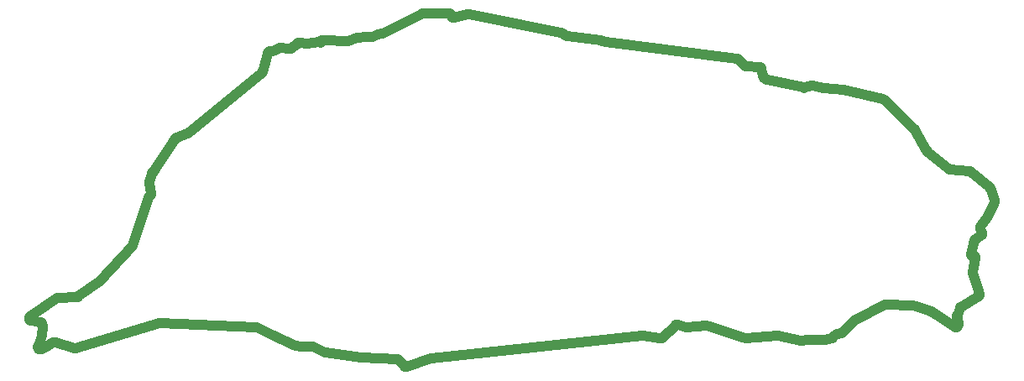
<source format=gbp>
G75*
%MOIN*%
%OFA0B0*%
%FSLAX25Y25*%
%IPPOS*%
%LPD*%
%AMOC8*
5,1,8,0,0,1.08239X$1,22.5*
%
%ADD10C,0.03937*%
%ADD11C,0.01600*%
D10*
X0010938Y0035616D02*
X0012395Y0036356D01*
X0015428Y0038243D01*
X0016238Y0038353D02*
X0023951Y0036090D01*
X0024515Y0036091D02*
X0057713Y0045895D01*
X0058038Y0045935D02*
X0095830Y0044378D01*
X0096227Y0044278D02*
X0102228Y0041358D01*
X0111809Y0036942D01*
X0112081Y0036861D02*
X0113708Y0036619D01*
X0118351Y0036707D01*
X0118819Y0036601D02*
X0123321Y0034334D01*
X0123629Y0034238D02*
X0137805Y0032210D01*
X0137908Y0032200D02*
X0151907Y0031666D01*
X0152600Y0031348D02*
X0154926Y0028854D01*
X0154927Y0028854D02*
X0154970Y0028811D01*
X0155015Y0028770D01*
X0155063Y0028732D01*
X0155113Y0028697D01*
X0155166Y0028666D01*
X0155220Y0028637D01*
X0155275Y0028612D01*
X0155333Y0028590D01*
X0155391Y0028572D01*
X0155450Y0028558D01*
X0155510Y0028547D01*
X0155571Y0028540D01*
X0155632Y0028536D01*
X0155693Y0028537D01*
X0155754Y0028541D01*
X0155815Y0028548D01*
X0155875Y0028560D01*
X0155934Y0028575D01*
X0155992Y0028593D01*
X0155992Y0028594D02*
X0165462Y0031949D01*
X0165688Y0032001D02*
X0249477Y0041090D01*
X0249763Y0041080D02*
X0256474Y0039869D01*
X0257327Y0040115D02*
X0262684Y0045024D01*
X0263656Y0045242D02*
X0266788Y0044269D01*
X0267172Y0044227D02*
X0274544Y0044867D01*
X0274927Y0044825D02*
X0290420Y0040022D01*
X0290801Y0039981D02*
X0302917Y0041015D01*
X0303214Y0040996D02*
X0312530Y0038973D01*
X0312727Y0038873D02*
X0314828Y0039139D01*
X0314942Y0039147D02*
X0321732Y0039221D01*
X0321986Y0039256D02*
X0324632Y0039981D01*
X0325128Y0040295D02*
X0325370Y0040578D01*
X0325512Y0040714D02*
X0326727Y0041670D01*
X0326726Y0041670D02*
X0326739Y0041640D01*
X0326755Y0041611D01*
X0326775Y0041585D01*
X0326797Y0041561D01*
X0326822Y0041539D01*
X0326849Y0041521D01*
X0326878Y0041506D01*
X0326909Y0041494D01*
X0326940Y0041486D01*
X0326973Y0041481D01*
X0327006Y0041480D01*
X0327038Y0041483D01*
X0327071Y0041490D01*
X0328395Y0041840D01*
X0328838Y0042091D02*
X0334083Y0047210D01*
X0334318Y0047380D02*
X0345641Y0053316D01*
X0346136Y0053430D02*
X0356666Y0053100D01*
X0356959Y0053046D02*
X0364414Y0050483D01*
X0364644Y0050370D02*
X0373362Y0044565D01*
X0373363Y0044565D02*
X0373415Y0044532D01*
X0373469Y0044503D01*
X0373524Y0044477D01*
X0373581Y0044455D01*
X0373639Y0044436D01*
X0373699Y0044421D01*
X0373759Y0044410D01*
X0373820Y0044402D01*
X0373881Y0044398D01*
X0373942Y0044397D01*
X0374003Y0044401D01*
X0374064Y0044408D01*
X0374124Y0044419D01*
X0374184Y0044433D01*
X0374242Y0044451D01*
X0374299Y0044473D01*
X0374355Y0044498D01*
X0374409Y0044527D01*
X0374462Y0044558D01*
X0374512Y0044593D01*
X0374560Y0044631D01*
X0374606Y0044672D01*
X0374649Y0044715D01*
X0374689Y0044761D01*
X0374727Y0044810D01*
X0374761Y0044861D01*
X0374792Y0044913D01*
X0374820Y0044968D01*
X0374845Y0045024D01*
X0374866Y0045081D01*
X0374883Y0045140D01*
X0374993Y0045555D01*
X0375008Y0046005D02*
X0374506Y0048562D01*
X0374546Y0049091D02*
X0375540Y0051873D01*
X0375963Y0052391D02*
X0382873Y0056592D01*
X0382924Y0056624D01*
X0382972Y0056660D01*
X0383018Y0056699D01*
X0383062Y0056740D01*
X0383103Y0056784D01*
X0383142Y0056830D01*
X0383178Y0056879D01*
X0383210Y0056929D01*
X0383240Y0056982D01*
X0383266Y0057036D01*
X0383289Y0057091D01*
X0383309Y0057148D01*
X0383325Y0057206D01*
X0383338Y0057265D01*
X0383347Y0057325D01*
X0383352Y0057385D01*
X0383354Y0057445D01*
X0383352Y0057505D01*
X0383347Y0057565D01*
X0383338Y0057624D01*
X0383325Y0057683D01*
X0383309Y0057741D01*
X0383309Y0057742D02*
X0380792Y0065888D01*
X0380763Y0066359D02*
X0381702Y0071624D01*
X0381701Y0071623D02*
X0381711Y0071686D01*
X0381716Y0071748D01*
X0381717Y0071811D01*
X0381714Y0071873D01*
X0381708Y0071936D01*
X0381697Y0071998D01*
X0381683Y0072059D01*
X0381665Y0072119D01*
X0381643Y0072177D01*
X0381617Y0072235D01*
X0381588Y0072290D01*
X0381555Y0072344D01*
X0381520Y0072395D01*
X0381481Y0072445D01*
X0381439Y0072491D01*
X0381394Y0072535D01*
X0381346Y0072576D01*
X0381296Y0072614D01*
X0381244Y0072649D01*
X0381190Y0072680D01*
X0381134Y0072708D01*
X0381076Y0072732D01*
X0381017Y0072753D01*
X0380956Y0072770D01*
X0380895Y0072783D01*
X0380833Y0072792D01*
X0380770Y0072798D01*
X0380708Y0072799D01*
X0380645Y0072796D01*
X0380583Y0072790D01*
X0380521Y0072780D01*
X0380521Y0072779D02*
X0380486Y0072774D01*
X0380450Y0072772D01*
X0380414Y0072774D01*
X0380378Y0072780D01*
X0380343Y0072789D01*
X0380309Y0072801D01*
X0380277Y0072817D01*
X0380246Y0072836D01*
X0380217Y0072858D01*
X0380191Y0072883D01*
X0380168Y0072911D01*
X0380147Y0072940D01*
X0380129Y0072972D01*
X0380115Y0073005D01*
X0380104Y0073039D01*
X0380096Y0073074D01*
X0380093Y0073110D01*
X0380092Y0073146D01*
X0380096Y0073182D01*
X0380103Y0073218D01*
X0381512Y0078872D01*
X0381920Y0079457D02*
X0383965Y0080846D01*
X0384015Y0080882D01*
X0384063Y0080922D01*
X0384109Y0080964D01*
X0384151Y0081010D01*
X0384191Y0081058D01*
X0384228Y0081108D01*
X0384262Y0081160D01*
X0384292Y0081215D01*
X0384319Y0081271D01*
X0384342Y0081329D01*
X0384361Y0081388D01*
X0384377Y0081448D01*
X0384389Y0081509D01*
X0384398Y0081571D01*
X0384402Y0081633D01*
X0384403Y0081695D01*
X0384399Y0081757D01*
X0384392Y0081819D01*
X0384381Y0081880D01*
X0384366Y0081941D01*
X0384348Y0082000D01*
X0384326Y0082058D01*
X0384300Y0082115D01*
X0383690Y0083353D01*
X0383665Y0083409D01*
X0383642Y0083467D01*
X0383624Y0083525D01*
X0383609Y0083585D01*
X0383598Y0083646D01*
X0383591Y0083707D01*
X0383587Y0083769D01*
X0383588Y0083830D01*
X0383592Y0083892D01*
X0383600Y0083953D01*
X0383611Y0084013D01*
X0383626Y0084073D01*
X0383645Y0084132D01*
X0383668Y0084189D01*
X0383694Y0084245D01*
X0383723Y0084299D01*
X0383756Y0084351D01*
X0383792Y0084401D01*
X0383792Y0084402D02*
X0386748Y0088278D01*
X0389425Y0094058D01*
X0389449Y0094843D02*
X0387598Y0099573D01*
X0387297Y0099985D02*
X0379945Y0105943D01*
X0379419Y0106160D02*
X0371652Y0106974D01*
X0371131Y0107188D02*
X0362749Y0113905D01*
X0362506Y0114189D02*
X0357684Y0122633D01*
X0357516Y0122850D02*
X0345598Y0134565D01*
X0345139Y0134822D02*
X0329479Y0138722D01*
X0329289Y0138750D02*
X0321570Y0139150D01*
X0321247Y0139222D02*
X0319932Y0139754D01*
X0317071Y0140226D01*
X0316643Y0140203D02*
X0314057Y0139492D01*
X0313573Y0139481D02*
X0298931Y0142758D01*
X0298575Y0142914D02*
X0297882Y0143400D01*
X0297493Y0143948D02*
X0296622Y0147036D01*
X0296621Y0147036D02*
X0296603Y0147094D01*
X0296582Y0147151D01*
X0296557Y0147206D01*
X0296528Y0147259D01*
X0296497Y0147311D01*
X0296462Y0147361D01*
X0296425Y0147408D01*
X0296384Y0147454D01*
X0296341Y0147496D01*
X0296296Y0147536D01*
X0296248Y0147573D01*
X0296198Y0147607D01*
X0296146Y0147639D01*
X0296092Y0147666D01*
X0296037Y0147691D01*
X0295980Y0147712D01*
X0295922Y0147730D01*
X0295863Y0147744D01*
X0295803Y0147755D01*
X0295743Y0147761D01*
X0295683Y0147765D01*
X0291046Y0147874D01*
X0290492Y0148057D02*
X0289356Y0148861D01*
X0287648Y0150674D01*
X0287050Y0150980D02*
X0234996Y0157775D01*
X0233808Y0158022D01*
X0233356Y0158114D01*
X0233111Y0158155D01*
X0219808Y0159840D01*
X0219463Y0159950D02*
X0217229Y0161142D01*
X0216957Y0161240D02*
X0180604Y0168610D01*
X0180174Y0168602D02*
X0174831Y0167331D01*
X0174832Y0167331D02*
X0174772Y0167319D01*
X0174711Y0167310D01*
X0174651Y0167305D01*
X0174590Y0167304D01*
X0174529Y0167307D01*
X0174468Y0167313D01*
X0174408Y0167323D01*
X0174349Y0167336D01*
X0174290Y0167353D01*
X0174233Y0167374D01*
X0174177Y0167398D01*
X0174122Y0167426D01*
X0174070Y0167456D01*
X0174019Y0167490D01*
X0173970Y0167527D01*
X0173924Y0167567D01*
X0173881Y0167609D01*
X0173840Y0167655D01*
X0173801Y0167702D01*
X0173766Y0167752D01*
X0173734Y0167804D01*
X0173705Y0167857D01*
X0173680Y0167913D01*
X0173658Y0167970D01*
X0173639Y0168028D01*
X0173639Y0168027D02*
X0173614Y0168114D01*
X0173613Y0168114D02*
X0173594Y0168173D01*
X0173572Y0168230D01*
X0173546Y0168286D01*
X0173517Y0168340D01*
X0173484Y0168392D01*
X0173449Y0168442D01*
X0173410Y0168490D01*
X0173369Y0168536D01*
X0173324Y0168578D01*
X0173278Y0168618D01*
X0173228Y0168655D01*
X0173177Y0168689D01*
X0173124Y0168720D01*
X0173069Y0168747D01*
X0173012Y0168771D01*
X0172954Y0168791D01*
X0172895Y0168808D01*
X0172835Y0168821D01*
X0172774Y0168831D01*
X0172713Y0168836D01*
X0172652Y0168838D01*
X0162111Y0168833D01*
X0161659Y0168725D02*
X0146351Y0160964D01*
X0145955Y0160858D02*
X0144207Y0160760D01*
X0142460Y0159653D01*
X0141901Y0159498D02*
X0140845Y0159522D01*
X0139613Y0159608D01*
X0136227Y0159336D01*
X0135930Y0159265D02*
X0132861Y0158014D01*
X0132429Y0157941D02*
X0122974Y0158455D01*
X0122177Y0158127D02*
X0121550Y0157432D01*
X0121193Y0157505D01*
X0120890Y0157519D02*
X0116351Y0157047D01*
X0113221Y0157191D01*
X0112639Y0157036D02*
X0111724Y0156454D01*
X0110759Y0155660D01*
X0110737Y0155642D02*
X0109907Y0154999D01*
X0109907Y0154998D02*
X0109904Y0154997D01*
X0109900Y0154997D01*
X0109901Y0154998D02*
X0109233Y0154928D01*
X0105362Y0155130D01*
X0104906Y0155046D02*
X0102773Y0154104D01*
X0102577Y0154041D02*
X0101480Y0153807D01*
X0101421Y0153793D01*
X0101364Y0153775D01*
X0101308Y0153754D01*
X0101253Y0153730D01*
X0101200Y0153702D01*
X0101149Y0153671D01*
X0101100Y0153638D01*
X0101052Y0153601D01*
X0101007Y0153561D01*
X0100965Y0153519D01*
X0100924Y0153475D01*
X0100887Y0153428D01*
X0100853Y0153379D01*
X0100821Y0153328D01*
X0100793Y0153275D01*
X0100768Y0153221D01*
X0100746Y0153165D01*
X0100728Y0153108D01*
X0098596Y0145773D01*
X0098270Y0145280D02*
X0069063Y0121311D01*
X0068767Y0121143D02*
X0064550Y0119627D01*
X0064058Y0119243D02*
X0054898Y0105600D01*
X0054764Y0105306D02*
X0053811Y0101814D01*
X0053792Y0101370D02*
X0054468Y0097687D01*
X0054201Y0096808D02*
X0053556Y0096147D01*
X0053322Y0095761D02*
X0047177Y0077080D01*
X0046965Y0076717D02*
X0034186Y0062741D01*
X0034022Y0062597D02*
X0025306Y0056490D01*
X0024781Y0056311D02*
X0017594Y0055963D01*
X0017087Y0055796D02*
X0006467Y0048693D01*
X0006417Y0048657D01*
X0006369Y0048618D01*
X0006323Y0048576D01*
X0006280Y0048531D01*
X0006240Y0048484D01*
X0006203Y0048435D01*
X0006169Y0048383D01*
X0006139Y0048329D01*
X0006111Y0048273D01*
X0006088Y0048216D01*
X0006068Y0048157D01*
X0006051Y0048098D01*
X0006038Y0048037D01*
X0006029Y0047976D01*
X0006024Y0047914D01*
X0006023Y0047852D01*
X0006026Y0047790D01*
X0006032Y0047729D01*
X0006042Y0047667D01*
X0006056Y0047607D01*
X0006074Y0047548D01*
X0006095Y0047490D01*
X0006120Y0047433D01*
X0006148Y0047378D01*
X0006180Y0047325D01*
X0006215Y0047273D01*
X0006253Y0047224D01*
X0006294Y0047178D01*
X0006337Y0047134D01*
X0006384Y0047093D01*
X0006433Y0047055D01*
X0006484Y0047020D01*
X0006537Y0046988D01*
X0006592Y0046960D01*
X0006649Y0046935D01*
X0006707Y0046913D01*
X0006766Y0046896D01*
X0006826Y0046882D01*
X0006887Y0046871D01*
X0010068Y0046436D01*
X0010126Y0046426D01*
X0010185Y0046413D01*
X0010242Y0046396D01*
X0010298Y0046376D01*
X0010353Y0046352D01*
X0010406Y0046325D01*
X0010458Y0046296D01*
X0010508Y0046263D01*
X0010555Y0046227D01*
X0010601Y0046188D01*
X0010644Y0046147D01*
X0010685Y0046103D01*
X0010723Y0046057D01*
X0010758Y0046009D01*
X0010790Y0045959D01*
X0010819Y0045907D01*
X0010845Y0045853D01*
X0010868Y0045798D01*
X0011232Y0044830D01*
X0011292Y0044375D02*
X0010967Y0041214D01*
X0010921Y0041002D02*
X0009536Y0036822D01*
X0009518Y0036762D01*
X0009504Y0036702D01*
X0009494Y0036640D01*
X0009488Y0036579D01*
X0009485Y0036517D01*
X0009486Y0036454D01*
X0009492Y0036393D01*
X0009501Y0036331D01*
X0009513Y0036270D01*
X0009530Y0036210D01*
X0009550Y0036152D01*
X0009574Y0036094D01*
X0009601Y0036039D01*
X0009632Y0035985D01*
X0009666Y0035933D01*
X0009704Y0035883D01*
X0009744Y0035836D01*
X0009787Y0035791D01*
X0009833Y0035749D01*
X0009881Y0035710D01*
X0009932Y0035674D01*
X0009985Y0035641D01*
X0010039Y0035612D01*
X0010096Y0035586D01*
X0010154Y0035564D01*
X0010213Y0035545D01*
X0010273Y0035530D01*
X0010334Y0035518D01*
X0010396Y0035511D01*
X0010458Y0035507D01*
X0010520Y0035508D01*
X0010582Y0035512D01*
X0010644Y0035520D01*
X0010705Y0035531D01*
X0010765Y0035547D01*
X0010824Y0035566D01*
X0010882Y0035589D01*
X0010938Y0035615D01*
X0015428Y0038243D02*
X0015480Y0038273D01*
X0015533Y0038300D01*
X0015589Y0038324D01*
X0015645Y0038344D01*
X0015703Y0038361D01*
X0015762Y0038375D01*
X0015821Y0038385D01*
X0015881Y0038391D01*
X0015941Y0038394D01*
X0016001Y0038393D01*
X0016061Y0038388D01*
X0016120Y0038380D01*
X0016179Y0038369D01*
X0016238Y0038354D01*
X0010921Y0041002D02*
X0010937Y0041054D01*
X0010950Y0041107D01*
X0010960Y0041161D01*
X0010967Y0041215D01*
X0011292Y0044376D02*
X0011296Y0044434D01*
X0011297Y0044491D01*
X0011294Y0044549D01*
X0011289Y0044607D01*
X0011280Y0044664D01*
X0011267Y0044720D01*
X0011252Y0044776D01*
X0011233Y0044831D01*
X0023950Y0036090D02*
X0024006Y0036076D01*
X0024062Y0036065D01*
X0024119Y0036056D01*
X0024176Y0036052D01*
X0024233Y0036050D01*
X0024290Y0036052D01*
X0024347Y0036057D01*
X0024404Y0036065D01*
X0024460Y0036076D01*
X0024515Y0036091D01*
X0057713Y0045895D02*
X0057766Y0045909D01*
X0057819Y0045920D01*
X0057873Y0045928D01*
X0057928Y0045934D01*
X0057982Y0045936D01*
X0058037Y0045935D01*
X0025306Y0056490D02*
X0025253Y0056456D01*
X0025199Y0056425D01*
X0025143Y0056397D01*
X0025085Y0056373D01*
X0025026Y0056353D01*
X0024966Y0056337D01*
X0024904Y0056324D01*
X0024843Y0056315D01*
X0024780Y0056310D01*
X0017595Y0055964D02*
X0017535Y0055959D01*
X0017475Y0055951D01*
X0017416Y0055939D01*
X0017358Y0055924D01*
X0017301Y0055905D01*
X0017245Y0055882D01*
X0017191Y0055857D01*
X0017138Y0055828D01*
X0017087Y0055796D01*
X0034022Y0062597D02*
X0034066Y0062630D01*
X0034108Y0062665D01*
X0034148Y0062702D01*
X0034186Y0062741D01*
X0046965Y0076717D02*
X0047004Y0076763D01*
X0047041Y0076811D01*
X0047075Y0076861D01*
X0047105Y0076913D01*
X0047132Y0076967D01*
X0047156Y0077023D01*
X0047177Y0077080D01*
X0053322Y0095761D02*
X0053341Y0095815D01*
X0053364Y0095867D01*
X0053389Y0095918D01*
X0053417Y0095968D01*
X0053448Y0096015D01*
X0053481Y0096061D01*
X0053517Y0096105D01*
X0053556Y0096147D01*
X0054201Y0096808D02*
X0054241Y0096852D01*
X0054279Y0096898D01*
X0054314Y0096946D01*
X0054346Y0096997D01*
X0054375Y0097049D01*
X0054400Y0097103D01*
X0054423Y0097158D01*
X0054442Y0097215D01*
X0054457Y0097272D01*
X0054470Y0097331D01*
X0054478Y0097390D01*
X0054483Y0097449D01*
X0054485Y0097509D01*
X0054483Y0097568D01*
X0054478Y0097628D01*
X0054469Y0097687D01*
X0053791Y0101370D02*
X0053783Y0101426D01*
X0053777Y0101481D01*
X0053775Y0101537D01*
X0053776Y0101593D01*
X0053780Y0101649D01*
X0053787Y0101705D01*
X0053797Y0101760D01*
X0053810Y0101814D01*
X0054764Y0105305D02*
X0054780Y0105357D01*
X0054798Y0105408D01*
X0054820Y0105458D01*
X0054843Y0105506D01*
X0054870Y0105554D01*
X0054899Y0105599D01*
X0064058Y0119243D02*
X0064091Y0119290D01*
X0064127Y0119335D01*
X0064166Y0119378D01*
X0064207Y0119418D01*
X0064251Y0119456D01*
X0064296Y0119492D01*
X0064343Y0119525D01*
X0064393Y0119555D01*
X0064444Y0119582D01*
X0064496Y0119606D01*
X0064550Y0119627D01*
X0068767Y0121143D02*
X0068820Y0121164D01*
X0068872Y0121188D01*
X0068923Y0121214D01*
X0068971Y0121244D01*
X0069018Y0121276D01*
X0069063Y0121311D01*
X0098270Y0145280D02*
X0098316Y0145319D01*
X0098358Y0145362D01*
X0098399Y0145406D01*
X0098436Y0145453D01*
X0098471Y0145502D01*
X0098502Y0145553D01*
X0098531Y0145606D01*
X0098556Y0145661D01*
X0098578Y0145717D01*
X0098596Y0145774D01*
X0102577Y0154041D02*
X0102627Y0154053D01*
X0102677Y0154068D01*
X0102725Y0154085D01*
X0102773Y0154104D01*
X0104906Y0155046D02*
X0104960Y0155068D01*
X0105015Y0155087D01*
X0105072Y0155102D01*
X0105129Y0155115D01*
X0105187Y0155123D01*
X0105245Y0155129D01*
X0105304Y0155131D01*
X0105362Y0155130D01*
X0110737Y0155643D02*
X0110759Y0155661D01*
X0112638Y0157036D02*
X0112691Y0157067D01*
X0112746Y0157095D01*
X0112802Y0157120D01*
X0112859Y0157141D01*
X0112918Y0157158D01*
X0112977Y0157172D01*
X0113038Y0157183D01*
X0113099Y0157189D01*
X0113160Y0157192D01*
X0113221Y0157191D01*
X0120890Y0157520D02*
X0120950Y0157524D01*
X0121011Y0157525D01*
X0121072Y0157522D01*
X0121132Y0157515D01*
X0121192Y0157505D01*
X0122177Y0158127D02*
X0122219Y0158170D01*
X0122262Y0158210D01*
X0122308Y0158248D01*
X0122356Y0158283D01*
X0122406Y0158315D01*
X0122458Y0158344D01*
X0122511Y0158370D01*
X0122566Y0158392D01*
X0122622Y0158412D01*
X0122680Y0158428D01*
X0122738Y0158440D01*
X0122796Y0158449D01*
X0122856Y0158455D01*
X0122915Y0158457D01*
X0122974Y0158456D01*
X0132430Y0157941D02*
X0132485Y0157940D01*
X0132540Y0157942D01*
X0132595Y0157946D01*
X0132650Y0157954D01*
X0132704Y0157964D01*
X0132757Y0157978D01*
X0132810Y0157995D01*
X0132862Y0158014D01*
X0135929Y0159266D02*
X0135987Y0159287D01*
X0136046Y0159305D01*
X0136105Y0159319D01*
X0136166Y0159330D01*
X0136227Y0159337D01*
X0141902Y0159498D02*
X0141961Y0159499D01*
X0142019Y0159502D01*
X0142078Y0159510D01*
X0142136Y0159520D01*
X0142193Y0159534D01*
X0142249Y0159552D01*
X0142304Y0159573D01*
X0142358Y0159596D01*
X0142410Y0159623D01*
X0142460Y0159653D01*
X0145955Y0160858D02*
X0146013Y0160863D01*
X0146072Y0160871D01*
X0146130Y0160883D01*
X0146187Y0160898D01*
X0146243Y0160917D01*
X0146298Y0160939D01*
X0146351Y0160964D01*
X0161659Y0168725D02*
X0161712Y0168750D01*
X0161766Y0168772D01*
X0161822Y0168790D01*
X0161878Y0168806D01*
X0161936Y0168818D01*
X0161994Y0168826D01*
X0162052Y0168831D01*
X0162111Y0168833D01*
X0180174Y0168603D02*
X0180235Y0168615D01*
X0180296Y0168624D01*
X0180358Y0168629D01*
X0180420Y0168630D01*
X0180482Y0168627D01*
X0180544Y0168620D01*
X0180605Y0168610D01*
X0216957Y0161240D02*
X0217013Y0161227D01*
X0217069Y0161210D01*
X0217123Y0161191D01*
X0217177Y0161168D01*
X0217229Y0161142D01*
X0219462Y0159950D02*
X0219517Y0159923D01*
X0219573Y0159899D01*
X0219630Y0159879D01*
X0219688Y0159862D01*
X0219747Y0159849D01*
X0219807Y0159840D01*
X0287049Y0150980D02*
X0287111Y0150970D01*
X0287172Y0150956D01*
X0287232Y0150938D01*
X0287290Y0150917D01*
X0287347Y0150892D01*
X0287403Y0150864D01*
X0287456Y0150832D01*
X0287508Y0150797D01*
X0287557Y0150759D01*
X0287604Y0150718D01*
X0287648Y0150674D01*
X0290491Y0148058D02*
X0290541Y0148025D01*
X0290592Y0147995D01*
X0290645Y0147968D01*
X0290699Y0147945D01*
X0290755Y0147925D01*
X0290812Y0147908D01*
X0290869Y0147894D01*
X0290927Y0147884D01*
X0290986Y0147877D01*
X0291045Y0147874D01*
X0297493Y0143948D02*
X0297511Y0143888D01*
X0297534Y0143830D01*
X0297560Y0143774D01*
X0297589Y0143719D01*
X0297622Y0143666D01*
X0297658Y0143615D01*
X0297697Y0143566D01*
X0297739Y0143521D01*
X0297784Y0143477D01*
X0297832Y0143437D01*
X0297882Y0143400D01*
X0298576Y0142915D02*
X0298622Y0142884D01*
X0298670Y0142856D01*
X0298720Y0142831D01*
X0298771Y0142808D01*
X0298823Y0142789D01*
X0298877Y0142772D01*
X0298931Y0142758D01*
X0313574Y0139480D02*
X0313634Y0139469D01*
X0313694Y0139461D01*
X0313755Y0139457D01*
X0313816Y0139456D01*
X0313877Y0139460D01*
X0313938Y0139467D01*
X0313998Y0139477D01*
X0314057Y0139492D01*
X0316643Y0140203D02*
X0316703Y0140218D01*
X0316764Y0140229D01*
X0316825Y0140236D01*
X0316886Y0140239D01*
X0316948Y0140238D01*
X0317010Y0140234D01*
X0317071Y0140226D01*
X0321247Y0139222D02*
X0321299Y0139203D01*
X0321352Y0139186D01*
X0321406Y0139173D01*
X0321460Y0139162D01*
X0321515Y0139155D01*
X0321570Y0139150D01*
X0329290Y0138751D02*
X0329338Y0138747D01*
X0329385Y0138741D01*
X0329433Y0138733D01*
X0329480Y0138722D01*
X0345139Y0134822D02*
X0345196Y0134806D01*
X0345252Y0134787D01*
X0345306Y0134764D01*
X0345360Y0134739D01*
X0345411Y0134710D01*
X0345461Y0134678D01*
X0345509Y0134643D01*
X0345555Y0134605D01*
X0345598Y0134565D01*
X0357516Y0122850D02*
X0357554Y0122811D01*
X0357590Y0122769D01*
X0357624Y0122725D01*
X0357655Y0122680D01*
X0357683Y0122633D01*
X0362507Y0114189D02*
X0362539Y0114136D01*
X0362576Y0114084D01*
X0362615Y0114035D01*
X0362657Y0113989D01*
X0362702Y0113945D01*
X0362750Y0113905D01*
X0371131Y0107188D02*
X0371176Y0107153D01*
X0371224Y0107121D01*
X0371273Y0107092D01*
X0371324Y0107066D01*
X0371376Y0107043D01*
X0371429Y0107023D01*
X0371484Y0107006D01*
X0371539Y0106992D01*
X0371595Y0106981D01*
X0371652Y0106973D01*
X0379419Y0106161D02*
X0379476Y0106153D01*
X0379533Y0106142D01*
X0379589Y0106128D01*
X0379644Y0106110D01*
X0379698Y0106090D01*
X0379750Y0106066D01*
X0379801Y0106040D01*
X0379851Y0106010D01*
X0379899Y0105978D01*
X0379945Y0105943D01*
X0387297Y0099985D02*
X0387340Y0099948D01*
X0387381Y0099908D01*
X0387420Y0099865D01*
X0387457Y0099821D01*
X0387491Y0099775D01*
X0387522Y0099727D01*
X0387550Y0099677D01*
X0387576Y0099625D01*
X0387598Y0099572D01*
X0389449Y0094842D02*
X0389470Y0094784D01*
X0389487Y0094724D01*
X0389501Y0094664D01*
X0389510Y0094602D01*
X0389516Y0094541D01*
X0389518Y0094479D01*
X0389516Y0094417D01*
X0389510Y0094355D01*
X0389501Y0094294D01*
X0389488Y0094233D01*
X0389470Y0094173D01*
X0389450Y0094115D01*
X0389425Y0094058D01*
X0381920Y0079457D02*
X0381871Y0079422D01*
X0381824Y0079383D01*
X0381779Y0079342D01*
X0381737Y0079298D01*
X0381698Y0079251D01*
X0381662Y0079202D01*
X0381629Y0079151D01*
X0381599Y0079098D01*
X0381572Y0079044D01*
X0381548Y0078988D01*
X0381528Y0078930D01*
X0381512Y0078872D01*
X0380763Y0066359D02*
X0380754Y0066300D01*
X0380749Y0066240D01*
X0380747Y0066181D01*
X0380749Y0066121D01*
X0380754Y0066062D01*
X0380763Y0066003D01*
X0380776Y0065945D01*
X0380792Y0065888D01*
X0375963Y0052390D02*
X0375911Y0052357D01*
X0375861Y0052320D01*
X0375814Y0052280D01*
X0375769Y0052237D01*
X0375727Y0052192D01*
X0375688Y0052144D01*
X0375652Y0052093D01*
X0375619Y0052041D01*
X0375589Y0051986D01*
X0375563Y0051930D01*
X0375540Y0051873D01*
X0374545Y0049091D02*
X0374527Y0049034D01*
X0374512Y0048976D01*
X0374500Y0048918D01*
X0374492Y0048858D01*
X0374488Y0048799D01*
X0374487Y0048739D01*
X0374490Y0048680D01*
X0374496Y0048620D01*
X0374506Y0048561D01*
X0375008Y0046005D02*
X0375018Y0045949D01*
X0375024Y0045892D01*
X0375027Y0045836D01*
X0375026Y0045779D01*
X0375023Y0045722D01*
X0375016Y0045666D01*
X0375006Y0045610D01*
X0374993Y0045555D01*
X0364643Y0050370D02*
X0364600Y0050398D01*
X0364555Y0050423D01*
X0364509Y0050445D01*
X0364462Y0050466D01*
X0364414Y0050484D01*
X0356959Y0053047D02*
X0356902Y0053064D01*
X0356844Y0053079D01*
X0356785Y0053090D01*
X0356725Y0053097D01*
X0356665Y0053101D01*
X0346136Y0053430D02*
X0346079Y0053430D01*
X0346022Y0053427D01*
X0345965Y0053420D01*
X0345909Y0053411D01*
X0345853Y0053398D01*
X0345799Y0053382D01*
X0345745Y0053363D01*
X0345692Y0053341D01*
X0345641Y0053316D01*
X0334318Y0047381D02*
X0334267Y0047352D01*
X0334218Y0047321D01*
X0334171Y0047287D01*
X0334126Y0047250D01*
X0334084Y0047211D01*
X0328838Y0042091D02*
X0328796Y0042053D01*
X0328752Y0042016D01*
X0328706Y0041983D01*
X0328658Y0041952D01*
X0328608Y0041923D01*
X0328557Y0041898D01*
X0328504Y0041876D01*
X0328450Y0041856D01*
X0328395Y0041840D01*
X0325512Y0040714D02*
X0325474Y0040683D01*
X0325438Y0040650D01*
X0325403Y0040615D01*
X0325370Y0040578D01*
X0325128Y0040295D02*
X0325088Y0040251D01*
X0325045Y0040209D01*
X0325000Y0040170D01*
X0324953Y0040134D01*
X0324903Y0040100D01*
X0324852Y0040070D01*
X0324799Y0040043D01*
X0324745Y0040019D01*
X0324689Y0039998D01*
X0324632Y0039980D01*
X0321985Y0039256D02*
X0321935Y0039244D01*
X0321885Y0039235D01*
X0321834Y0039227D01*
X0321783Y0039223D01*
X0321732Y0039221D01*
X0314942Y0039147D02*
X0314885Y0039145D01*
X0314828Y0039139D01*
X0312727Y0038874D02*
X0312698Y0038897D01*
X0312668Y0038918D01*
X0312635Y0038936D01*
X0312602Y0038951D01*
X0312567Y0038964D01*
X0312531Y0038973D01*
X0303214Y0040996D02*
X0303155Y0041007D01*
X0303096Y0041015D01*
X0303036Y0041018D01*
X0302977Y0041019D01*
X0302917Y0041015D01*
X0290801Y0039981D02*
X0290746Y0039977D01*
X0290691Y0039977D01*
X0290636Y0039980D01*
X0290581Y0039986D01*
X0290527Y0039995D01*
X0290473Y0040007D01*
X0290420Y0040022D01*
X0274927Y0044825D02*
X0274874Y0044840D01*
X0274820Y0044852D01*
X0274765Y0044861D01*
X0274710Y0044867D01*
X0274655Y0044870D01*
X0274600Y0044870D01*
X0274545Y0044866D01*
X0267171Y0044228D02*
X0267116Y0044224D01*
X0267061Y0044224D01*
X0267005Y0044227D01*
X0266950Y0044233D01*
X0266896Y0044242D01*
X0266842Y0044254D01*
X0266788Y0044269D01*
X0263656Y0045242D02*
X0263597Y0045258D01*
X0263537Y0045271D01*
X0263476Y0045280D01*
X0263415Y0045285D01*
X0263354Y0045287D01*
X0263292Y0045285D01*
X0263231Y0045279D01*
X0263171Y0045269D01*
X0263111Y0045256D01*
X0263052Y0045239D01*
X0262994Y0045218D01*
X0262938Y0045194D01*
X0262883Y0045166D01*
X0262830Y0045135D01*
X0262779Y0045101D01*
X0262730Y0045064D01*
X0262683Y0045024D01*
X0257327Y0040116D02*
X0257280Y0040076D01*
X0257231Y0040039D01*
X0257180Y0040005D01*
X0257127Y0039974D01*
X0257072Y0039946D01*
X0257016Y0039922D01*
X0256958Y0039901D01*
X0256899Y0039884D01*
X0256839Y0039871D01*
X0256779Y0039861D01*
X0256718Y0039855D01*
X0256656Y0039853D01*
X0256595Y0039855D01*
X0256534Y0039860D01*
X0256473Y0039869D01*
X0249763Y0041080D02*
X0249706Y0041089D01*
X0249649Y0041094D01*
X0249592Y0041096D01*
X0249534Y0041095D01*
X0249477Y0041090D01*
X0165688Y0032001D02*
X0165631Y0031993D01*
X0165574Y0031982D01*
X0165517Y0031967D01*
X0165462Y0031950D01*
X0152600Y0031348D02*
X0152558Y0031391D01*
X0152513Y0031431D01*
X0152466Y0031468D01*
X0152417Y0031503D01*
X0152365Y0031534D01*
X0152312Y0031562D01*
X0152258Y0031587D01*
X0152202Y0031609D01*
X0152144Y0031627D01*
X0152086Y0031642D01*
X0152027Y0031653D01*
X0151967Y0031661D01*
X0151907Y0031665D01*
X0137908Y0032201D02*
X0137856Y0032204D01*
X0137804Y0032210D01*
X0123629Y0034237D02*
X0123576Y0034246D01*
X0123523Y0034258D01*
X0123471Y0034273D01*
X0123420Y0034291D01*
X0123370Y0034311D01*
X0123321Y0034334D01*
X0118820Y0036601D02*
X0118765Y0036627D01*
X0118708Y0036649D01*
X0118651Y0036668D01*
X0118592Y0036683D01*
X0118532Y0036695D01*
X0118472Y0036703D01*
X0118412Y0036707D01*
X0118351Y0036708D01*
X0112080Y0036861D02*
X0112024Y0036871D01*
X0111969Y0036884D01*
X0111914Y0036900D01*
X0111861Y0036919D01*
X0111808Y0036942D01*
X0096227Y0044278D02*
X0096173Y0044302D01*
X0096118Y0044323D01*
X0096062Y0044341D01*
X0096005Y0044355D01*
X0095947Y0044366D01*
X0095889Y0044374D01*
X0095830Y0044378D01*
D11*
X0099926Y0151433D02*
X0099952Y0151562D01*
X0099981Y0151690D01*
X0100015Y0151817D01*
X0100052Y0151943D01*
X0100093Y0152068D01*
X0100138Y0152192D01*
X0100186Y0152315D01*
X0100238Y0152435D01*
X0100293Y0152555D01*
X0100352Y0152672D01*
X0100415Y0152788D01*
X0100481Y0152902D01*
X0100550Y0153014D01*
X0100623Y0153124D01*
X0100698Y0153231D01*
X0100777Y0153337D01*
X0100859Y0153439D01*
X0100944Y0153540D01*
X0101032Y0153638D01*
X0101123Y0153733D01*
X0101217Y0153825D01*
X0101313Y0153915D01*
X0101412Y0154002D01*
X0101514Y0154085D01*
X0101618Y0154166D01*
X0101724Y0154243D01*
X0101833Y0154318D01*
X0101943Y0154389D01*
X0102056Y0154457D01*
X0102171Y0154521D01*
X0102288Y0154582D01*
M02*

</source>
